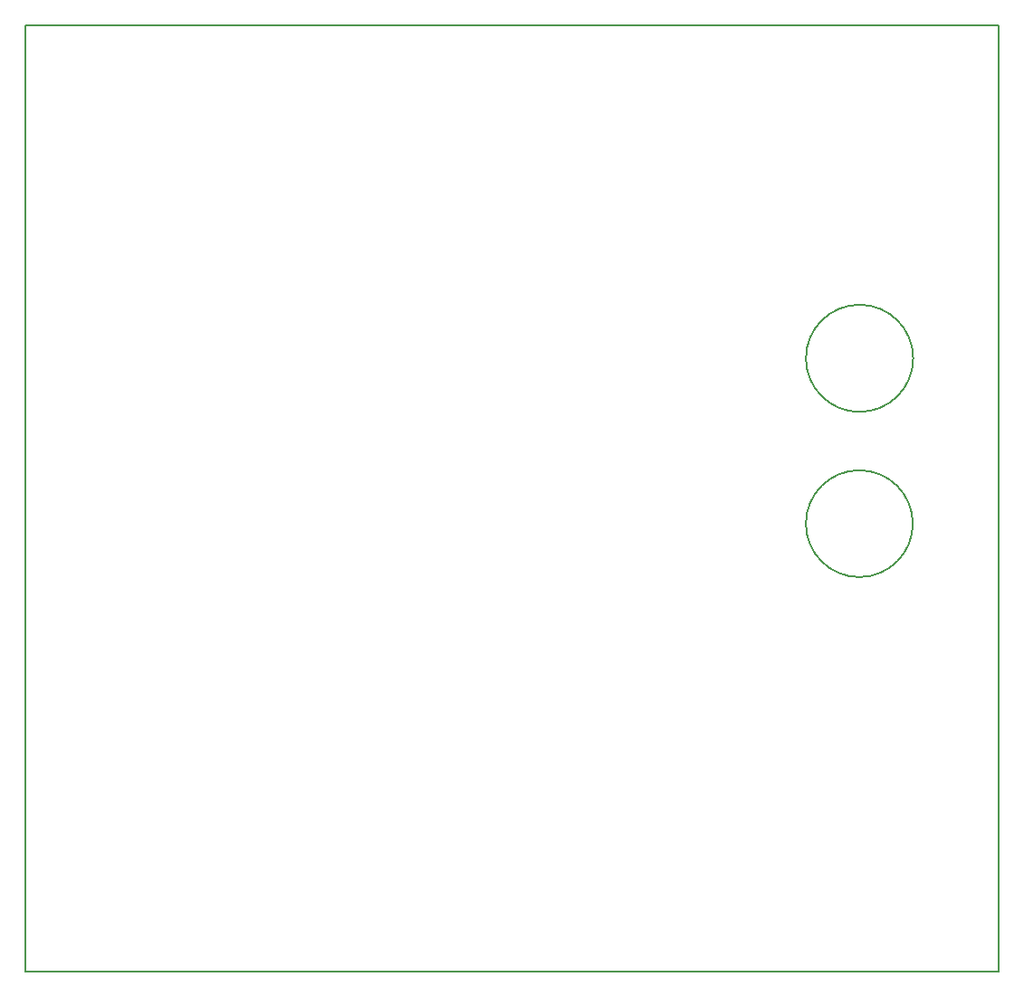
<source format=gbr>
%TF.GenerationSoftware,KiCad,Pcbnew,9.0.5*%
%TF.CreationDate,2025-11-16T19:48:47+01:00*%
%TF.ProjectId,OSCAR_Proc,4f534341-525f-4507-926f-632e6b696361,rev?*%
%TF.SameCoordinates,Original*%
%TF.FileFunction,Profile,NP*%
%FSLAX46Y46*%
G04 Gerber Fmt 4.6, Leading zero omitted, Abs format (unit mm)*
G04 Created by KiCad (PCBNEW 9.0.5) date 2025-11-16 19:48:47*
%MOMM*%
%LPD*%
G01*
G04 APERTURE LIST*
%TA.AperFunction,Profile*%
%ADD10C,0.200000*%
%TD*%
G04 APERTURE END LIST*
D10*
X104370000Y-23440000D02*
X195370000Y-23440000D01*
X195370000Y-112000000D01*
X104370000Y-112000000D01*
X104370000Y-23440000D01*
X187384828Y-54635172D02*
G75*
G02*
X177355172Y-54635172I-5014828J0D01*
G01*
X177355172Y-54635172D02*
G75*
G02*
X187384828Y-54635172I5014828J0D01*
G01*
X187349170Y-70110830D02*
G75*
G02*
X177350830Y-70110830I-4999170J0D01*
G01*
X177350830Y-70110830D02*
G75*
G02*
X187349170Y-70110830I4999170J0D01*
G01*
M02*

</source>
